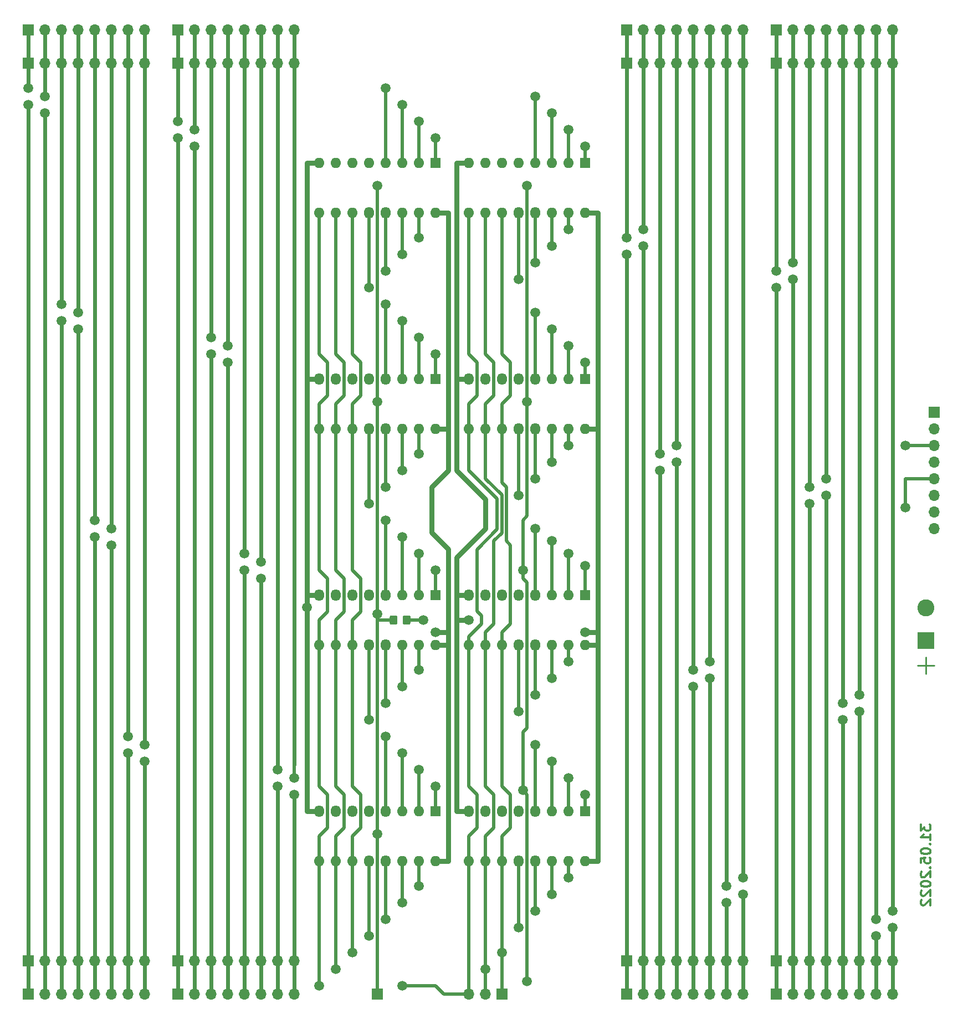
<source format=gbr>
%TF.GenerationSoftware,KiCad,Pcbnew,(5.1.8)-1*%
%TF.CreationDate,2022-05-31T01:24:27+03:00*%
%TF.ProjectId,MUX,4d55582e-6b69-4636-9164-5f7063625858,rev?*%
%TF.SameCoordinates,Original*%
%TF.FileFunction,Copper,L2,Bot*%
%TF.FilePolarity,Positive*%
%FSLAX46Y46*%
G04 Gerber Fmt 4.6, Leading zero omitted, Abs format (unit mm)*
G04 Created by KiCad (PCBNEW (5.1.8)-1) date 2022-05-31 01:24:27*
%MOMM*%
%LPD*%
G01*
G04 APERTURE LIST*
%TA.AperFunction,NonConductor*%
%ADD10C,0.300000*%
%TD*%
%TA.AperFunction,ComponentPad*%
%ADD11R,1.700000X1.700000*%
%TD*%
%TA.AperFunction,ComponentPad*%
%ADD12O,1.700000X1.700000*%
%TD*%
%TA.AperFunction,ComponentPad*%
%ADD13R,1.600000X1.600000*%
%TD*%
%TA.AperFunction,ComponentPad*%
%ADD14O,1.600000X1.600000*%
%TD*%
%TA.AperFunction,ComponentPad*%
%ADD15O,1.500000X1.800000*%
%TD*%
%TA.AperFunction,ComponentPad*%
%ADD16R,2.600000X2.600000*%
%TD*%
%TA.AperFunction,ComponentPad*%
%ADD17C,2.600000*%
%TD*%
%TA.AperFunction,ViaPad*%
%ADD18C,1.500000*%
%TD*%
%TA.AperFunction,Conductor*%
%ADD19C,0.250000*%
%TD*%
%TA.AperFunction,Conductor*%
%ADD20C,0.600000*%
%TD*%
%TA.AperFunction,Conductor*%
%ADD21C,0.500000*%
%TD*%
%TA.AperFunction,Conductor*%
%ADD22C,0.800000*%
%TD*%
G04 APERTURE END LIST*
D10*
X175708571Y-151900714D02*
X175708571Y-152829285D01*
X176280000Y-152329285D01*
X176280000Y-152543571D01*
X176351428Y-152686428D01*
X176422857Y-152757857D01*
X176565714Y-152829285D01*
X176922857Y-152829285D01*
X177065714Y-152757857D01*
X177137142Y-152686428D01*
X177208571Y-152543571D01*
X177208571Y-152115000D01*
X177137142Y-151972142D01*
X177065714Y-151900714D01*
X177208571Y-154257857D02*
X177208571Y-153400714D01*
X177208571Y-153829285D02*
X175708571Y-153829285D01*
X175922857Y-153686428D01*
X176065714Y-153543571D01*
X176137142Y-153400714D01*
X177065714Y-154900714D02*
X177137142Y-154972142D01*
X177208571Y-154900714D01*
X177137142Y-154829285D01*
X177065714Y-154900714D01*
X177208571Y-154900714D01*
X175708571Y-155900714D02*
X175708571Y-156043571D01*
X175780000Y-156186428D01*
X175851428Y-156257857D01*
X175994285Y-156329285D01*
X176280000Y-156400714D01*
X176637142Y-156400714D01*
X176922857Y-156329285D01*
X177065714Y-156257857D01*
X177137142Y-156186428D01*
X177208571Y-156043571D01*
X177208571Y-155900714D01*
X177137142Y-155757857D01*
X177065714Y-155686428D01*
X176922857Y-155615000D01*
X176637142Y-155543571D01*
X176280000Y-155543571D01*
X175994285Y-155615000D01*
X175851428Y-155686428D01*
X175780000Y-155757857D01*
X175708571Y-155900714D01*
X175708571Y-157757857D02*
X175708571Y-157043571D01*
X176422857Y-156972142D01*
X176351428Y-157043571D01*
X176280000Y-157186428D01*
X176280000Y-157543571D01*
X176351428Y-157686428D01*
X176422857Y-157757857D01*
X176565714Y-157829285D01*
X176922857Y-157829285D01*
X177065714Y-157757857D01*
X177137142Y-157686428D01*
X177208571Y-157543571D01*
X177208571Y-157186428D01*
X177137142Y-157043571D01*
X177065714Y-156972142D01*
X177065714Y-158472142D02*
X177137142Y-158543571D01*
X177208571Y-158472142D01*
X177137142Y-158400714D01*
X177065714Y-158472142D01*
X177208571Y-158472142D01*
X175851428Y-159115000D02*
X175780000Y-159186428D01*
X175708571Y-159329285D01*
X175708571Y-159686428D01*
X175780000Y-159829285D01*
X175851428Y-159900714D01*
X175994285Y-159972142D01*
X176137142Y-159972142D01*
X176351428Y-159900714D01*
X177208571Y-159043571D01*
X177208571Y-159972142D01*
X175708571Y-160900714D02*
X175708571Y-161043571D01*
X175780000Y-161186428D01*
X175851428Y-161257857D01*
X175994285Y-161329285D01*
X176280000Y-161400714D01*
X176637142Y-161400714D01*
X176922857Y-161329285D01*
X177065714Y-161257857D01*
X177137142Y-161186428D01*
X177208571Y-161043571D01*
X177208571Y-160900714D01*
X177137142Y-160757857D01*
X177065714Y-160686428D01*
X176922857Y-160615000D01*
X176637142Y-160543571D01*
X176280000Y-160543571D01*
X175994285Y-160615000D01*
X175851428Y-160686428D01*
X175780000Y-160757857D01*
X175708571Y-160900714D01*
X175851428Y-161972142D02*
X175780000Y-162043571D01*
X175708571Y-162186428D01*
X175708571Y-162543571D01*
X175780000Y-162686428D01*
X175851428Y-162757857D01*
X175994285Y-162829285D01*
X176137142Y-162829285D01*
X176351428Y-162757857D01*
X177208571Y-161900714D01*
X177208571Y-162829285D01*
X175851428Y-163400714D02*
X175780000Y-163472142D01*
X175708571Y-163615000D01*
X175708571Y-163972142D01*
X175780000Y-164115000D01*
X175851428Y-164186428D01*
X175994285Y-164257857D01*
X176137142Y-164257857D01*
X176351428Y-164186428D01*
X177208571Y-163329285D01*
X177208571Y-164257857D01*
D11*
%TO.P,J1,1*%
%TO.N,/A0*%
X39370000Y-35560000D03*
D12*
%TO.P,J1,2*%
%TO.N,/A1*%
X41910000Y-35560000D03*
%TO.P,J1,3*%
%TO.N,/A2*%
X44450000Y-35560000D03*
%TO.P,J1,4*%
%TO.N,/A3*%
X46990000Y-35560000D03*
%TO.P,J1,5*%
%TO.N,/A4*%
X49530000Y-35560000D03*
%TO.P,J1,6*%
%TO.N,/A5*%
X52070000Y-35560000D03*
%TO.P,J1,7*%
%TO.N,/A6*%
X54610000Y-35560000D03*
%TO.P,J1,8*%
%TO.N,/A7*%
X57150000Y-35560000D03*
%TD*%
D11*
%TO.P,J2,1*%
%TO.N,/E0*%
X130810000Y-35560000D03*
D12*
%TO.P,J2,2*%
%TO.N,/E1*%
X133350000Y-35560000D03*
%TO.P,J2,3*%
%TO.N,/E2*%
X135890000Y-35560000D03*
%TO.P,J2,4*%
%TO.N,/E3*%
X138430000Y-35560000D03*
%TO.P,J2,5*%
%TO.N,/E4*%
X140970000Y-35560000D03*
%TO.P,J2,6*%
%TO.N,/E5*%
X143510000Y-35560000D03*
%TO.P,J2,7*%
%TO.N,/E6*%
X146050000Y-35560000D03*
%TO.P,J2,8*%
%TO.N,/E7*%
X148590000Y-35560000D03*
%TD*%
%TO.P,J3,8*%
%TO.N,/B7*%
X57150000Y-177800000D03*
%TO.P,J3,7*%
%TO.N,/B6*%
X54610000Y-177800000D03*
%TO.P,J3,6*%
%TO.N,/B5*%
X52070000Y-177800000D03*
%TO.P,J3,5*%
%TO.N,/B4*%
X49530000Y-177800000D03*
%TO.P,J3,4*%
%TO.N,/B3*%
X46990000Y-177800000D03*
%TO.P,J3,3*%
%TO.N,/B2*%
X44450000Y-177800000D03*
%TO.P,J3,2*%
%TO.N,/B1*%
X41910000Y-177800000D03*
D11*
%TO.P,J3,1*%
%TO.N,/B0*%
X39370000Y-177800000D03*
%TD*%
D12*
%TO.P,J4,8*%
%TO.N,/F7*%
X148590000Y-177800000D03*
%TO.P,J4,7*%
%TO.N,/F6*%
X146050000Y-177800000D03*
%TO.P,J4,6*%
%TO.N,/F5*%
X143510000Y-177800000D03*
%TO.P,J4,5*%
%TO.N,/F4*%
X140970000Y-177800000D03*
%TO.P,J4,4*%
%TO.N,/F3*%
X138430000Y-177800000D03*
%TO.P,J4,3*%
%TO.N,/F2*%
X135890000Y-177800000D03*
%TO.P,J4,2*%
%TO.N,/F1*%
X133350000Y-177800000D03*
D11*
%TO.P,J4,1*%
%TO.N,/F0*%
X130810000Y-177800000D03*
%TD*%
%TO.P,J5,1*%
%TO.N,/C0*%
X62230000Y-30480000D03*
D12*
%TO.P,J5,2*%
%TO.N,/C1*%
X64770000Y-30480000D03*
%TO.P,J5,3*%
%TO.N,/C2*%
X67310000Y-30480000D03*
%TO.P,J5,4*%
%TO.N,/C3*%
X69850000Y-30480000D03*
%TO.P,J5,5*%
%TO.N,/C4*%
X72390000Y-30480000D03*
%TO.P,J5,6*%
%TO.N,/C5*%
X74930000Y-30480000D03*
%TO.P,J5,7*%
%TO.N,/C6*%
X77470000Y-30480000D03*
%TO.P,J5,8*%
%TO.N,/C7*%
X80010000Y-30480000D03*
%TD*%
D11*
%TO.P,J6,1*%
%TO.N,/G0*%
X153670000Y-30480000D03*
D12*
%TO.P,J6,2*%
%TO.N,/G1*%
X156210000Y-30480000D03*
%TO.P,J6,3*%
%TO.N,/G2*%
X158750000Y-30480000D03*
%TO.P,J6,4*%
%TO.N,/G3*%
X161290000Y-30480000D03*
%TO.P,J6,5*%
%TO.N,/G4*%
X163830000Y-30480000D03*
%TO.P,J6,6*%
%TO.N,/G5*%
X166370000Y-30480000D03*
%TO.P,J6,7*%
%TO.N,/G6*%
X168910000Y-30480000D03*
%TO.P,J6,8*%
%TO.N,/G7*%
X171450000Y-30480000D03*
%TD*%
%TO.P,J7,8*%
%TO.N,/D7*%
X80010000Y-177800000D03*
%TO.P,J7,7*%
%TO.N,/D6*%
X77470000Y-177800000D03*
%TO.P,J7,6*%
%TO.N,/D5*%
X74930000Y-177800000D03*
%TO.P,J7,5*%
%TO.N,/D4*%
X72390000Y-177800000D03*
%TO.P,J7,4*%
%TO.N,/D3*%
X69850000Y-177800000D03*
%TO.P,J7,3*%
%TO.N,/D2*%
X67310000Y-177800000D03*
%TO.P,J7,2*%
%TO.N,/D1*%
X64770000Y-177800000D03*
D11*
%TO.P,J7,1*%
%TO.N,/D0*%
X62230000Y-177800000D03*
%TD*%
D12*
%TO.P,J8,8*%
%TO.N,/H7*%
X171450000Y-172720000D03*
%TO.P,J8,7*%
%TO.N,/H6*%
X168910000Y-172720000D03*
%TO.P,J8,6*%
%TO.N,/H5*%
X166370000Y-172720000D03*
%TO.P,J8,5*%
%TO.N,/H4*%
X163830000Y-172720000D03*
%TO.P,J8,4*%
%TO.N,/H3*%
X161290000Y-172720000D03*
%TO.P,J8,3*%
%TO.N,/H2*%
X158750000Y-172720000D03*
%TO.P,J8,2*%
%TO.N,/H1*%
X156210000Y-172720000D03*
D11*
%TO.P,J8,1*%
%TO.N,/H0*%
X153670000Y-172720000D03*
%TD*%
D13*
%TO.P,U1,1*%
%TO.N,/D0*%
X101600000Y-50800000D03*
D14*
%TO.P,U1,9*%
%TO.N,/S2*%
X83820000Y-58420000D03*
%TO.P,U1,2*%
%TO.N,/C0*%
X99060000Y-50800000D03*
%TO.P,U1,10*%
%TO.N,/S1*%
X86360000Y-58420000D03*
%TO.P,U1,3*%
%TO.N,/B0*%
X96520000Y-50800000D03*
%TO.P,U1,11*%
%TO.N,/S0*%
X88900000Y-58420000D03*
%TO.P,U1,4*%
%TO.N,/A0*%
X93980000Y-50800000D03*
D15*
%TO.P,U1,12*%
%TO.N,/H0*%
X91440000Y-58420000D03*
D14*
%TO.P,U1,5*%
%TO.N,/O0*%
X91440000Y-50800000D03*
D15*
%TO.P,U1,13*%
%TO.N,/G0*%
X93980000Y-58420000D03*
D14*
%TO.P,U1,6*%
%TO.N,Net-(U1-Pad6)*%
X88900000Y-50800000D03*
%TO.P,U1,14*%
%TO.N,/F0*%
X96520000Y-58420000D03*
%TO.P,U1,7*%
%TO.N,/~E*%
X86360000Y-50800000D03*
%TO.P,U1,15*%
%TO.N,/E0*%
X99060000Y-58420000D03*
%TO.P,U1,8*%
%TO.N,GND*%
X83820000Y-50800000D03*
%TO.P,U1,16*%
%TO.N,VCC*%
X101600000Y-58420000D03*
%TD*%
%TO.P,U2,16*%
%TO.N,VCC*%
X124460000Y-58420000D03*
%TO.P,U2,8*%
%TO.N,GND*%
X106680000Y-50800000D03*
%TO.P,U2,15*%
%TO.N,/E1*%
X121920000Y-58420000D03*
%TO.P,U2,7*%
%TO.N,/~E*%
X109220000Y-50800000D03*
%TO.P,U2,14*%
%TO.N,/F1*%
X119380000Y-58420000D03*
%TO.P,U2,6*%
%TO.N,Net-(U2-Pad6)*%
X111760000Y-50800000D03*
D15*
%TO.P,U2,13*%
%TO.N,/G1*%
X116840000Y-58420000D03*
D14*
%TO.P,U2,5*%
%TO.N,/O1*%
X114300000Y-50800000D03*
D15*
%TO.P,U2,12*%
%TO.N,/H1*%
X114300000Y-58420000D03*
D14*
%TO.P,U2,4*%
%TO.N,/A1*%
X116840000Y-50800000D03*
%TO.P,U2,11*%
%TO.N,/S0*%
X111760000Y-58420000D03*
%TO.P,U2,3*%
%TO.N,/B1*%
X119380000Y-50800000D03*
%TO.P,U2,10*%
%TO.N,/S1*%
X109220000Y-58420000D03*
%TO.P,U2,2*%
%TO.N,/C1*%
X121920000Y-50800000D03*
%TO.P,U2,9*%
%TO.N,/S2*%
X106680000Y-58420000D03*
D13*
%TO.P,U2,1*%
%TO.N,/D1*%
X124460000Y-50800000D03*
%TD*%
%TO.P,U3,1*%
%TO.N,/D2*%
X101600000Y-83820000D03*
D14*
%TO.P,U3,9*%
%TO.N,/S2*%
X83820000Y-91440000D03*
%TO.P,U3,2*%
%TO.N,/C2*%
X99060000Y-83820000D03*
%TO.P,U3,10*%
%TO.N,/S1*%
X86360000Y-91440000D03*
%TO.P,U3,3*%
%TO.N,/B2*%
X96520000Y-83820000D03*
%TO.P,U3,11*%
%TO.N,/S0*%
X88900000Y-91440000D03*
D15*
%TO.P,U3,4*%
%TO.N,/A2*%
X93980000Y-83820000D03*
%TO.P,U3,12*%
%TO.N,/H2*%
X91440000Y-91440000D03*
%TO.P,U3,5*%
%TO.N,/O2*%
X91440000Y-83820000D03*
%TO.P,U3,13*%
%TO.N,/G2*%
X93980000Y-91440000D03*
%TO.P,U3,6*%
%TO.N,Net-(U3-Pad6)*%
X88900000Y-83820000D03*
D14*
%TO.P,U3,14*%
%TO.N,/F2*%
X96520000Y-91440000D03*
D15*
%TO.P,U3,7*%
%TO.N,/~E*%
X86360000Y-83820000D03*
D14*
%TO.P,U3,15*%
%TO.N,/E2*%
X99060000Y-91440000D03*
D15*
%TO.P,U3,8*%
%TO.N,GND*%
X83820000Y-83820000D03*
D14*
%TO.P,U3,16*%
%TO.N,VCC*%
X101600000Y-91440000D03*
%TD*%
%TO.P,U4,16*%
%TO.N,VCC*%
X124460000Y-91440000D03*
D15*
%TO.P,U4,8*%
%TO.N,GND*%
X106680000Y-83820000D03*
D14*
%TO.P,U4,15*%
%TO.N,/E3*%
X121920000Y-91440000D03*
D15*
%TO.P,U4,7*%
%TO.N,/~E*%
X109220000Y-83820000D03*
D14*
%TO.P,U4,14*%
%TO.N,/F3*%
X119380000Y-91440000D03*
D15*
%TO.P,U4,6*%
%TO.N,Net-(U4-Pad6)*%
X111760000Y-83820000D03*
%TO.P,U4,13*%
%TO.N,/G3*%
X116840000Y-91440000D03*
%TO.P,U4,5*%
%TO.N,/O3*%
X114300000Y-83820000D03*
%TO.P,U4,12*%
%TO.N,/H3*%
X114300000Y-91440000D03*
%TO.P,U4,4*%
%TO.N,/A3*%
X116840000Y-83820000D03*
D14*
%TO.P,U4,11*%
%TO.N,/S0*%
X111760000Y-91440000D03*
%TO.P,U4,3*%
%TO.N,/B3*%
X119380000Y-83820000D03*
%TO.P,U4,10*%
%TO.N,/S1*%
X109220000Y-91440000D03*
%TO.P,U4,2*%
%TO.N,/C3*%
X121920000Y-83820000D03*
%TO.P,U4,9*%
%TO.N,/S2*%
X106680000Y-91440000D03*
D13*
%TO.P,U4,1*%
%TO.N,/D3*%
X124460000Y-83820000D03*
%TD*%
%TO.P,U5,1*%
%TO.N,/D4*%
X101600000Y-116840000D03*
D14*
%TO.P,U5,9*%
%TO.N,/S2*%
X83820000Y-124460000D03*
%TO.P,U5,2*%
%TO.N,/C4*%
X99060000Y-116840000D03*
%TO.P,U5,10*%
%TO.N,/S1*%
X86360000Y-124460000D03*
%TO.P,U5,3*%
%TO.N,/B4*%
X96520000Y-116840000D03*
%TO.P,U5,11*%
%TO.N,/S0*%
X88900000Y-124460000D03*
D15*
%TO.P,U5,4*%
%TO.N,/A4*%
X93980000Y-116840000D03*
%TO.P,U5,12*%
%TO.N,/H4*%
X91440000Y-124460000D03*
%TO.P,U5,5*%
%TO.N,/O4*%
X91440000Y-116840000D03*
%TO.P,U5,13*%
%TO.N,/G4*%
X93980000Y-124460000D03*
%TO.P,U5,6*%
%TO.N,Net-(U5-Pad6)*%
X88900000Y-116840000D03*
D14*
%TO.P,U5,14*%
%TO.N,/F4*%
X96520000Y-124460000D03*
D15*
%TO.P,U5,7*%
%TO.N,/~E*%
X86360000Y-116840000D03*
D14*
%TO.P,U5,15*%
%TO.N,/E4*%
X99060000Y-124460000D03*
D15*
%TO.P,U5,8*%
%TO.N,GND*%
X83820000Y-116840000D03*
D14*
%TO.P,U5,16*%
%TO.N,VCC*%
X101600000Y-124460000D03*
%TD*%
%TO.P,U6,16*%
%TO.N,VCC*%
X124460000Y-124460000D03*
D15*
%TO.P,U6,8*%
%TO.N,GND*%
X106680000Y-116840000D03*
D14*
%TO.P,U6,15*%
%TO.N,/E5*%
X121920000Y-124460000D03*
D15*
%TO.P,U6,7*%
%TO.N,/~E*%
X109220000Y-116840000D03*
D14*
%TO.P,U6,14*%
%TO.N,/F5*%
X119380000Y-124460000D03*
D15*
%TO.P,U6,6*%
%TO.N,Net-(U6-Pad6)*%
X111760000Y-116840000D03*
%TO.P,U6,13*%
%TO.N,/G5*%
X116840000Y-124460000D03*
%TO.P,U6,5*%
%TO.N,/O5*%
X114300000Y-116840000D03*
%TO.P,U6,12*%
%TO.N,/H5*%
X114300000Y-124460000D03*
%TO.P,U6,4*%
%TO.N,/A5*%
X116840000Y-116840000D03*
D14*
%TO.P,U6,11*%
%TO.N,/S0*%
X111760000Y-124460000D03*
%TO.P,U6,3*%
%TO.N,/B5*%
X119380000Y-116840000D03*
%TO.P,U6,10*%
%TO.N,/S1*%
X109220000Y-124460000D03*
%TO.P,U6,2*%
%TO.N,/C5*%
X121920000Y-116840000D03*
%TO.P,U6,9*%
%TO.N,/S2*%
X106680000Y-124460000D03*
D13*
%TO.P,U6,1*%
%TO.N,/D5*%
X124460000Y-116840000D03*
%TD*%
%TO.P,U7,1*%
%TO.N,/D6*%
X101600000Y-149860000D03*
D14*
%TO.P,U7,9*%
%TO.N,/S2*%
X83820000Y-157480000D03*
%TO.P,U7,2*%
%TO.N,/C6*%
X99060000Y-149860000D03*
%TO.P,U7,10*%
%TO.N,/S1*%
X86360000Y-157480000D03*
%TO.P,U7,3*%
%TO.N,/B6*%
X96520000Y-149860000D03*
%TO.P,U7,11*%
%TO.N,/S0*%
X88900000Y-157480000D03*
D15*
%TO.P,U7,4*%
%TO.N,/A6*%
X93980000Y-149860000D03*
%TO.P,U7,12*%
%TO.N,/H6*%
X91440000Y-157480000D03*
%TO.P,U7,5*%
%TO.N,/O6*%
X91440000Y-149860000D03*
%TO.P,U7,13*%
%TO.N,/G6*%
X93980000Y-157480000D03*
%TO.P,U7,6*%
%TO.N,Net-(U7-Pad6)*%
X88900000Y-149860000D03*
D14*
%TO.P,U7,14*%
%TO.N,/F6*%
X96520000Y-157480000D03*
D15*
%TO.P,U7,7*%
%TO.N,/~E*%
X86360000Y-149860000D03*
D14*
%TO.P,U7,15*%
%TO.N,/E6*%
X99060000Y-157480000D03*
D15*
%TO.P,U7,8*%
%TO.N,GND*%
X83820000Y-149860000D03*
D14*
%TO.P,U7,16*%
%TO.N,VCC*%
X101600000Y-157480000D03*
%TD*%
%TO.P,U8,16*%
%TO.N,VCC*%
X124460000Y-157480000D03*
D15*
%TO.P,U8,8*%
%TO.N,GND*%
X106680000Y-149860000D03*
D14*
%TO.P,U8,15*%
%TO.N,/E7*%
X121920000Y-157480000D03*
D15*
%TO.P,U8,7*%
%TO.N,/~E*%
X109220000Y-149860000D03*
D14*
%TO.P,U8,14*%
%TO.N,/F7*%
X119380000Y-157480000D03*
D15*
%TO.P,U8,6*%
%TO.N,Net-(U8-Pad6)*%
X111760000Y-149860000D03*
%TO.P,U8,13*%
%TO.N,/G7*%
X116840000Y-157480000D03*
%TO.P,U8,5*%
%TO.N,/O7*%
X114300000Y-149860000D03*
%TO.P,U8,12*%
%TO.N,/H7*%
X114300000Y-157480000D03*
%TO.P,U8,4*%
%TO.N,/A7*%
X116840000Y-149860000D03*
D14*
%TO.P,U8,11*%
%TO.N,/S0*%
X111760000Y-157480000D03*
%TO.P,U8,3*%
%TO.N,/B7*%
X119380000Y-149860000D03*
%TO.P,U8,10*%
%TO.N,/S1*%
X109220000Y-157480000D03*
%TO.P,U8,2*%
%TO.N,/C7*%
X121920000Y-149860000D03*
%TO.P,U8,9*%
%TO.N,/S2*%
X106680000Y-157480000D03*
D13*
%TO.P,U8,1*%
%TO.N,/D7*%
X124460000Y-149860000D03*
%TD*%
D16*
%TO.P,J9,1*%
%TO.N,VCC*%
X176530000Y-123825000D03*
D17*
%TO.P,J9,2*%
%TO.N,GND*%
X176530000Y-118825000D03*
%TD*%
D11*
%TO.P,J10,1*%
%TO.N,/S0*%
X111760000Y-177800000D03*
D12*
%TO.P,J10,2*%
%TO.N,/S1*%
X109220000Y-177800000D03*
%TO.P,J10,3*%
%TO.N,/S2*%
X106680000Y-177800000D03*
%TD*%
D11*
%TO.P,J11,1*%
%TO.N,/O0*%
X177800000Y-88900000D03*
D12*
%TO.P,J11,2*%
%TO.N,/O1*%
X177800000Y-91440000D03*
%TO.P,J11,3*%
%TO.N,/O2*%
X177800000Y-93980000D03*
%TO.P,J11,4*%
%TO.N,/O3*%
X177800000Y-96520000D03*
%TO.P,J11,5*%
%TO.N,/O4*%
X177800000Y-99060000D03*
%TO.P,J11,6*%
%TO.N,/O5*%
X177800000Y-101600000D03*
%TO.P,J11,7*%
%TO.N,/O6*%
X177800000Y-104140000D03*
%TO.P,J11,8*%
%TO.N,/O7*%
X177800000Y-106680000D03*
%TD*%
D11*
%TO.P,J12,1*%
%TO.N,/A0*%
X39370000Y-30480000D03*
D12*
%TO.P,J12,2*%
%TO.N,/A1*%
X41910000Y-30480000D03*
%TO.P,J12,3*%
%TO.N,/A2*%
X44450000Y-30480000D03*
%TO.P,J12,4*%
%TO.N,/A3*%
X46990000Y-30480000D03*
%TO.P,J12,5*%
%TO.N,/A4*%
X49530000Y-30480000D03*
%TO.P,J12,6*%
%TO.N,/A5*%
X52070000Y-30480000D03*
%TO.P,J12,7*%
%TO.N,/A6*%
X54610000Y-30480000D03*
%TO.P,J12,8*%
%TO.N,/A7*%
X57150000Y-30480000D03*
%TD*%
D11*
%TO.P,J13,1*%
%TO.N,/E0*%
X130810000Y-30480000D03*
D12*
%TO.P,J13,2*%
%TO.N,/E1*%
X133350000Y-30480000D03*
%TO.P,J13,3*%
%TO.N,/E2*%
X135890000Y-30480000D03*
%TO.P,J13,4*%
%TO.N,/E3*%
X138430000Y-30480000D03*
%TO.P,J13,5*%
%TO.N,/E4*%
X140970000Y-30480000D03*
%TO.P,J13,6*%
%TO.N,/E5*%
X143510000Y-30480000D03*
%TO.P,J13,7*%
%TO.N,/E6*%
X146050000Y-30480000D03*
%TO.P,J13,8*%
%TO.N,/E7*%
X148590000Y-30480000D03*
%TD*%
%TO.P,J14,8*%
%TO.N,/B7*%
X57150000Y-172720000D03*
%TO.P,J14,7*%
%TO.N,/B6*%
X54610000Y-172720000D03*
%TO.P,J14,6*%
%TO.N,/B5*%
X52070000Y-172720000D03*
%TO.P,J14,5*%
%TO.N,/B4*%
X49530000Y-172720000D03*
%TO.P,J14,4*%
%TO.N,/B3*%
X46990000Y-172720000D03*
%TO.P,J14,3*%
%TO.N,/B2*%
X44450000Y-172720000D03*
%TO.P,J14,2*%
%TO.N,/B1*%
X41910000Y-172720000D03*
D11*
%TO.P,J14,1*%
%TO.N,/B0*%
X39370000Y-172720000D03*
%TD*%
D12*
%TO.P,J15,8*%
%TO.N,/F7*%
X148590000Y-172720000D03*
%TO.P,J15,7*%
%TO.N,/F6*%
X146050000Y-172720000D03*
%TO.P,J15,6*%
%TO.N,/F5*%
X143510000Y-172720000D03*
%TO.P,J15,5*%
%TO.N,/F4*%
X140970000Y-172720000D03*
%TO.P,J15,4*%
%TO.N,/F3*%
X138430000Y-172720000D03*
%TO.P,J15,3*%
%TO.N,/F2*%
X135890000Y-172720000D03*
%TO.P,J15,2*%
%TO.N,/F1*%
X133350000Y-172720000D03*
D11*
%TO.P,J15,1*%
%TO.N,/F0*%
X130810000Y-172720000D03*
%TD*%
%TO.P,J16,1*%
%TO.N,/C0*%
X62230000Y-35560000D03*
D12*
%TO.P,J16,2*%
%TO.N,/C1*%
X64770000Y-35560000D03*
%TO.P,J16,3*%
%TO.N,/C2*%
X67310000Y-35560000D03*
%TO.P,J16,4*%
%TO.N,/C3*%
X69850000Y-35560000D03*
%TO.P,J16,5*%
%TO.N,/C4*%
X72390000Y-35560000D03*
%TO.P,J16,6*%
%TO.N,/C5*%
X74930000Y-35560000D03*
%TO.P,J16,7*%
%TO.N,/C6*%
X77470000Y-35560000D03*
%TO.P,J16,8*%
%TO.N,/C7*%
X80010000Y-35560000D03*
%TD*%
D11*
%TO.P,J17,1*%
%TO.N,/G0*%
X153670000Y-35560000D03*
D12*
%TO.P,J17,2*%
%TO.N,/G1*%
X156210000Y-35560000D03*
%TO.P,J17,3*%
%TO.N,/G2*%
X158750000Y-35560000D03*
%TO.P,J17,4*%
%TO.N,/G3*%
X161290000Y-35560000D03*
%TO.P,J17,5*%
%TO.N,/G4*%
X163830000Y-35560000D03*
%TO.P,J17,6*%
%TO.N,/G5*%
X166370000Y-35560000D03*
%TO.P,J17,7*%
%TO.N,/G6*%
X168910000Y-35560000D03*
%TO.P,J17,8*%
%TO.N,/G7*%
X171450000Y-35560000D03*
%TD*%
%TO.P,J18,8*%
%TO.N,/D7*%
X80010000Y-172720000D03*
%TO.P,J18,7*%
%TO.N,/D6*%
X77470000Y-172720000D03*
%TO.P,J18,6*%
%TO.N,/D5*%
X74930000Y-172720000D03*
%TO.P,J18,5*%
%TO.N,/D4*%
X72390000Y-172720000D03*
%TO.P,J18,4*%
%TO.N,/D3*%
X69850000Y-172720000D03*
%TO.P,J18,3*%
%TO.N,/D2*%
X67310000Y-172720000D03*
%TO.P,J18,2*%
%TO.N,/D1*%
X64770000Y-172720000D03*
D11*
%TO.P,J18,1*%
%TO.N,/D0*%
X62230000Y-172720000D03*
%TD*%
D12*
%TO.P,J19,8*%
%TO.N,/H7*%
X171450000Y-177800000D03*
%TO.P,J19,7*%
%TO.N,/H6*%
X168910000Y-177800000D03*
%TO.P,J19,6*%
%TO.N,/H5*%
X166370000Y-177800000D03*
%TO.P,J19,5*%
%TO.N,/H4*%
X163830000Y-177800000D03*
%TO.P,J19,4*%
%TO.N,/H3*%
X161290000Y-177800000D03*
%TO.P,J19,3*%
%TO.N,/H2*%
X158750000Y-177800000D03*
%TO.P,J19,2*%
%TO.N,/H1*%
X156210000Y-177800000D03*
D11*
%TO.P,J19,1*%
%TO.N,/H0*%
X153670000Y-177800000D03*
%TD*%
%TO.P,J20,1*%
%TO.N,/~E*%
X92710000Y-177800000D03*
%TD*%
%TO.P,R1,1*%
%TO.N,/~E*%
%TA.AperFunction,SMDPad,CuDef*%
G36*
G01*
X94555000Y-121100001D02*
X94555000Y-120199999D01*
G75*
G02*
X94804999Y-119950000I249999J0D01*
G01*
X95505001Y-119950000D01*
G75*
G02*
X95755000Y-120199999I0J-249999D01*
G01*
X95755000Y-121100001D01*
G75*
G02*
X95505001Y-121350000I-249999J0D01*
G01*
X94804999Y-121350000D01*
G75*
G02*
X94555000Y-121100001I0J249999D01*
G01*
G37*
%TD.AperFunction*%
%TO.P,R1,2*%
%TO.N,GND*%
%TA.AperFunction,SMDPad,CuDef*%
G36*
G01*
X96555000Y-121100001D02*
X96555000Y-120199999D01*
G75*
G02*
X96804999Y-119950000I249999J0D01*
G01*
X97505001Y-119950000D01*
G75*
G02*
X97755000Y-120199999I0J-249999D01*
G01*
X97755000Y-121100001D01*
G75*
G02*
X97505001Y-121350000I-249999J0D01*
G01*
X96804999Y-121350000D01*
G75*
G02*
X96555000Y-121100001I0J249999D01*
G01*
G37*
%TD.AperFunction*%
%TD*%
D18*
%TO.N,/A0*%
X39370000Y-39370000D03*
X93980000Y-39370000D03*
%TO.N,/A1*%
X116840000Y-40640000D03*
X41910000Y-40640000D03*
%TO.N,/A2*%
X93980000Y-72390000D03*
X44450000Y-72390000D03*
%TO.N,/A3*%
X116840000Y-73660000D03*
X46990000Y-73660000D03*
%TO.N,/A4*%
X93980000Y-105410000D03*
X49530000Y-105410000D03*
%TO.N,/A5*%
X116840000Y-106680000D03*
X52070000Y-106680000D03*
%TO.N,/A6*%
X93980000Y-138430000D03*
X54610000Y-138430000D03*
%TO.N,/A7*%
X116840000Y-139700000D03*
X57150000Y-139700000D03*
%TO.N,/E0*%
X99060000Y-62230000D03*
X130810000Y-62230000D03*
%TO.N,/E1*%
X121920000Y-60960000D03*
X133350000Y-60960000D03*
%TO.N,/E2*%
X99060000Y-95250000D03*
X135890000Y-95250000D03*
%TO.N,/E3*%
X121920000Y-93980000D03*
X138430000Y-93980000D03*
%TO.N,/E4*%
X99060000Y-128270000D03*
X140970000Y-128270000D03*
%TO.N,/E5*%
X121920000Y-127000000D03*
X143510000Y-127000000D03*
%TO.N,/E6*%
X99060000Y-161290000D03*
X146050000Y-161290000D03*
%TO.N,/E7*%
X121920000Y-160020000D03*
X148590000Y-160020000D03*
%TO.N,/B7*%
X119380000Y-142240000D03*
X57150000Y-142240000D03*
%TO.N,/B6*%
X96520000Y-140970000D03*
X54610000Y-140970000D03*
%TO.N,/B5*%
X119380000Y-108585000D03*
X52070000Y-109220000D03*
%TO.N,/B4*%
X96520000Y-107950000D03*
X49530000Y-107950000D03*
%TO.N,/B3*%
X119380000Y-76200000D03*
X46990000Y-76200000D03*
%TO.N,/B2*%
X96520000Y-74930000D03*
X44450000Y-74930000D03*
%TO.N,/B1*%
X119380000Y-43180000D03*
X41910000Y-43180000D03*
%TO.N,/B0*%
X39370000Y-41910000D03*
X96520000Y-41910000D03*
%TO.N,/F7*%
X119380000Y-162560000D03*
X148590000Y-162560000D03*
%TO.N,/F6*%
X96520000Y-163830000D03*
X146050000Y-163830000D03*
%TO.N,/F5*%
X119380000Y-129540000D03*
X143510000Y-129540000D03*
%TO.N,/F4*%
X96520000Y-130810000D03*
X140970000Y-130810000D03*
%TO.N,/F3*%
X119380000Y-96520000D03*
X138430000Y-96520000D03*
%TO.N,/F2*%
X96520000Y-97790000D03*
X135890000Y-97790000D03*
%TO.N,/F1*%
X119380000Y-63500000D03*
X133350000Y-63500000D03*
%TO.N,/F0*%
X96520000Y-64770000D03*
X130810000Y-64770000D03*
%TO.N,/C0*%
X62230000Y-44450000D03*
X99060000Y-44450000D03*
%TO.N,/C1*%
X121920000Y-45720000D03*
X64770000Y-45720000D03*
%TO.N,/C2*%
X99060000Y-77470000D03*
X67310000Y-77470000D03*
%TO.N,/C3*%
X121920000Y-78740000D03*
X69850000Y-78740000D03*
%TO.N,/C4*%
X99060000Y-110490000D03*
X72390000Y-110490000D03*
%TO.N,/C5*%
X121920000Y-110490000D03*
X74930000Y-111760000D03*
%TO.N,/C6*%
X99060000Y-143510000D03*
X77470000Y-143510000D03*
%TO.N,/C7*%
X121920000Y-144780000D03*
X80010000Y-144780000D03*
%TO.N,/G0*%
X93980000Y-67310000D03*
X153670000Y-67310000D03*
%TO.N,/G1*%
X116840000Y-66040000D03*
X156210000Y-66040000D03*
%TO.N,/G2*%
X93980000Y-100330000D03*
X158750000Y-100330000D03*
%TO.N,/G3*%
X116840000Y-99060000D03*
X161290000Y-99060000D03*
%TO.N,/G4*%
X93980000Y-133350000D03*
X163830000Y-133350000D03*
%TO.N,/G5*%
X116840000Y-132080000D03*
X166370000Y-132080000D03*
%TO.N,/G6*%
X93980000Y-166370000D03*
X168910000Y-166370000D03*
%TO.N,/G7*%
X116840000Y-165100000D03*
X171450000Y-165100000D03*
%TO.N,/D7*%
X124460000Y-147320000D03*
X80010000Y-147320000D03*
%TO.N,/D6*%
X101600000Y-146050000D03*
X77470000Y-146050000D03*
%TO.N,/D5*%
X124460000Y-112395000D03*
X74930000Y-114300000D03*
%TO.N,/D4*%
X101600000Y-113030000D03*
X72390000Y-113030000D03*
%TO.N,/D3*%
X124460000Y-81280000D03*
X69850000Y-81280000D03*
%TO.N,/D2*%
X101600000Y-80010000D03*
X67310000Y-80010000D03*
%TO.N,/D1*%
X124460000Y-48260000D03*
X64770000Y-48260000D03*
%TO.N,/D0*%
X101600000Y-46990000D03*
X62230000Y-46990000D03*
%TO.N,/H7*%
X114300000Y-167640000D03*
X171450000Y-167640000D03*
%TO.N,/H6*%
X91440000Y-168910000D03*
X168910000Y-168910000D03*
%TO.N,/H5*%
X114300000Y-134620000D03*
X166370000Y-134620000D03*
%TO.N,/H4*%
X91440000Y-135890000D03*
X163830000Y-135890000D03*
%TO.N,/H3*%
X114300000Y-101600000D03*
X161290000Y-101600000D03*
%TO.N,/H2*%
X91440000Y-102870000D03*
X158750000Y-102870000D03*
%TO.N,/H1*%
X114300000Y-68580000D03*
X156210000Y-68580000D03*
%TO.N,/H0*%
X91440000Y-69850000D03*
X153670000Y-69850000D03*
%TO.N,VCC*%
X101600000Y-122555000D03*
X124460000Y-122555000D03*
%TO.N,GND*%
X106680000Y-120650000D03*
X81915000Y-118745000D03*
X99695000Y-120650000D03*
%TO.N,/S0*%
X88900000Y-171450000D03*
X111760000Y-171450000D03*
%TO.N,/S1*%
X86360000Y-173990000D03*
X109220000Y-173990000D03*
%TO.N,/S2*%
X83820000Y-176530000D03*
X96520000Y-176530000D03*
%TO.N,/O2*%
X173355000Y-93980000D03*
%TO.N,/O4*%
X173355000Y-103505000D03*
%TO.N,/~E*%
X92710000Y-153352500D03*
X92710000Y-119697500D03*
X92710000Y-87312500D03*
X92710000Y-54292500D03*
X115570000Y-54292500D03*
X115570000Y-87312500D03*
X114935000Y-146685000D03*
X114935000Y-113030000D03*
X115570000Y-175895000D03*
%TD*%
D19*
%TO.N,*%
X176530000Y-126365000D02*
X176530000Y-128905000D01*
X175260000Y-127635000D02*
X177800000Y-127635000D01*
D20*
%TO.N,/A0*%
X39370000Y-30480000D02*
X39370000Y-39370000D01*
D21*
X39370000Y-39370000D02*
X39370000Y-39370000D01*
X93980000Y-39370000D02*
X93980000Y-50800000D01*
%TO.N,/A1*%
X116840000Y-50800000D02*
X116840000Y-40640000D01*
X116840000Y-40640000D02*
X116840000Y-40640000D01*
D20*
X41910000Y-30480000D02*
X41910000Y-40640000D01*
D21*
%TO.N,/A2*%
X93980000Y-83820000D02*
X93980000Y-72390000D01*
X93980000Y-72390000D02*
X93980000Y-72390000D01*
D20*
X44450000Y-30480000D02*
X44450000Y-72390000D01*
D21*
%TO.N,/A3*%
X116840000Y-83820000D02*
X116840000Y-73660000D01*
X116840000Y-73660000D02*
X116840000Y-73660000D01*
D20*
X46990000Y-73660000D02*
X46990000Y-30480000D01*
D21*
%TO.N,/A4*%
X93980000Y-116840000D02*
X93980000Y-105410000D01*
X93980000Y-105410000D02*
X93980000Y-105410000D01*
D20*
X49530000Y-105410000D02*
X49530000Y-30480000D01*
D21*
%TO.N,/A5*%
X116840000Y-116840000D02*
X116840000Y-106680000D01*
X116840000Y-106680000D02*
X116840000Y-106680000D01*
D20*
X52070000Y-106680000D02*
X52070000Y-30480000D01*
D21*
%TO.N,/A6*%
X93980000Y-149860000D02*
X93980000Y-140970000D01*
X93980000Y-140970000D02*
X93980000Y-138430000D01*
X93980000Y-138430000D02*
X93980000Y-138430000D01*
D20*
X54610000Y-138430000D02*
X54610000Y-30480000D01*
D21*
%TO.N,/A7*%
X116840000Y-149860000D02*
X116840000Y-139700000D01*
X116840000Y-139700000D02*
X116840000Y-139700000D01*
D20*
X57150000Y-30480000D02*
X57150000Y-139700000D01*
D21*
%TO.N,/E0*%
X99060000Y-58420000D02*
X99060000Y-62230000D01*
X99060000Y-62230000D02*
X99060000Y-62230000D01*
D20*
X130810000Y-30480000D02*
X130810000Y-62230000D01*
D21*
%TO.N,/E1*%
X121920000Y-58420000D02*
X121920000Y-60960000D01*
X121920000Y-60960000D02*
X121920000Y-60960000D01*
D20*
X133350000Y-30480000D02*
X133350000Y-60960000D01*
D21*
%TO.N,/E2*%
X99060000Y-91440000D02*
X99060000Y-95250000D01*
X99060000Y-95250000D02*
X99060000Y-95250000D01*
D20*
X135890000Y-95250000D02*
X135890000Y-30480000D01*
D21*
%TO.N,/E3*%
X121920000Y-91440000D02*
X121920000Y-93980000D01*
X121920000Y-93980000D02*
X121920000Y-93980000D01*
D20*
X138430000Y-93980000D02*
X138430000Y-30480000D01*
D21*
%TO.N,/E4*%
X99060000Y-124460000D02*
X99060000Y-128270000D01*
X99060000Y-128270000D02*
X99060000Y-128270000D01*
D20*
X140970000Y-128270000D02*
X140970000Y-30480000D01*
D21*
%TO.N,/E5*%
X121920000Y-124460000D02*
X121920000Y-127000000D01*
X121920000Y-127000000D02*
X121920000Y-127000000D01*
D20*
X143510000Y-30480000D02*
X143510000Y-127000000D01*
D21*
%TO.N,/E6*%
X99060000Y-157480000D02*
X99060000Y-161290000D01*
X99060000Y-161290000D02*
X99060000Y-161290000D01*
D20*
X146050000Y-161290000D02*
X146050000Y-30480000D01*
D21*
%TO.N,/E7*%
X121920000Y-157480000D02*
X121920000Y-160020000D01*
X121920000Y-160020000D02*
X121920000Y-160020000D01*
D20*
X148590000Y-30480000D02*
X148590000Y-160020000D01*
D21*
%TO.N,/B7*%
X119380000Y-149860000D02*
X119380000Y-142240000D01*
X119380000Y-142240000D02*
X119380000Y-142240000D01*
D20*
X57150000Y-142240000D02*
X57150000Y-177800000D01*
D21*
%TO.N,/B6*%
X96520000Y-149860000D02*
X96520000Y-140970000D01*
X96520000Y-140970000D02*
X96520000Y-140970000D01*
D20*
X54610000Y-140970000D02*
X54610000Y-177800000D01*
D21*
%TO.N,/B5*%
X119380000Y-116840000D02*
X119380000Y-108585000D01*
X119380000Y-109220000D02*
X119380000Y-109220000D01*
D20*
X52070000Y-109220000D02*
X52070000Y-177800000D01*
D21*
%TO.N,/B4*%
X96520000Y-116840000D02*
X96520000Y-107950000D01*
X96520000Y-107950000D02*
X96520000Y-107950000D01*
D20*
X49530000Y-107950000D02*
X49530000Y-177800000D01*
D21*
%TO.N,/B3*%
X119380000Y-83820000D02*
X119380000Y-76200000D01*
X119380000Y-76200000D02*
X119380000Y-76200000D01*
D20*
X46990000Y-177800000D02*
X46990000Y-76200000D01*
D21*
%TO.N,/B2*%
X96520000Y-83820000D02*
X96520000Y-74930000D01*
X96520000Y-74930000D02*
X96520000Y-74930000D01*
D20*
X44450000Y-74930000D02*
X44450000Y-177800000D01*
D21*
%TO.N,/B1*%
X119380000Y-50800000D02*
X119380000Y-43180000D01*
X119380000Y-43180000D02*
X119380000Y-43180000D01*
D20*
X41910000Y-43180000D02*
X41910000Y-177800000D01*
%TO.N,/B0*%
X39370000Y-177800000D02*
X39370000Y-41910000D01*
D21*
X39370000Y-41910000D02*
X39370000Y-41910000D01*
X96520000Y-41910000D02*
X96520000Y-50800000D01*
%TO.N,/F7*%
X119380000Y-157480000D02*
X119380000Y-162560000D01*
X119380000Y-162560000D02*
X119380000Y-162560000D01*
D20*
X148590000Y-162560000D02*
X148590000Y-177800000D01*
D21*
%TO.N,/F6*%
X96520000Y-157480000D02*
X96520000Y-163830000D01*
X96520000Y-163830000D02*
X96520000Y-163830000D01*
D20*
X146050000Y-163830000D02*
X146050000Y-177800000D01*
D21*
%TO.N,/F5*%
X119380000Y-124460000D02*
X119380000Y-129540000D01*
X119380000Y-129540000D02*
X119380000Y-129540000D01*
D20*
X143510000Y-129540000D02*
X143510000Y-177800000D01*
D21*
%TO.N,/F4*%
X96520000Y-124460000D02*
X96520000Y-130810000D01*
X96520000Y-130810000D02*
X96520000Y-130810000D01*
D20*
X140970000Y-130810000D02*
X140970000Y-177800000D01*
D21*
%TO.N,/F3*%
X119380000Y-91440000D02*
X119380000Y-96520000D01*
X119380000Y-96520000D02*
X119380000Y-96520000D01*
D20*
X138430000Y-96520000D02*
X138430000Y-177800000D01*
D21*
%TO.N,/F2*%
X96520000Y-91440000D02*
X96520000Y-97790000D01*
X96520000Y-97790000D02*
X96520000Y-97790000D01*
D20*
X135890000Y-97790000D02*
X135890000Y-177800000D01*
D21*
%TO.N,/F1*%
X119380000Y-58420000D02*
X119380000Y-63500000D01*
X119380000Y-63500000D02*
X119380000Y-63500000D01*
D20*
X133350000Y-63500000D02*
X133350000Y-177800000D01*
D21*
%TO.N,/F0*%
X96520000Y-58420000D02*
X96520000Y-64770000D01*
X96520000Y-64770000D02*
X96520000Y-64770000D01*
D20*
X130810000Y-64770000D02*
X130810000Y-177800000D01*
%TO.N,/C0*%
X62230000Y-30480000D02*
X62230000Y-44450000D01*
D21*
X62230000Y-44450000D02*
X62230000Y-44450000D01*
X99060000Y-44450000D02*
X99060000Y-50800000D01*
%TO.N,/C1*%
X121920000Y-50800000D02*
X121920000Y-45720000D01*
X121920000Y-45720000D02*
X121920000Y-45720000D01*
D20*
X64770000Y-30480000D02*
X64770000Y-45720000D01*
D21*
%TO.N,/C2*%
X99060000Y-83820000D02*
X99060000Y-77470000D01*
X99060000Y-77470000D02*
X99060000Y-77470000D01*
D20*
X67310000Y-30480000D02*
X67310000Y-77470000D01*
D21*
%TO.N,/C3*%
X121920000Y-83820000D02*
X121920000Y-78740000D01*
X121920000Y-78740000D02*
X121920000Y-78740000D01*
D20*
X69850000Y-78740000D02*
X69850000Y-30480000D01*
D21*
%TO.N,/C4*%
X99060000Y-116840000D02*
X99060000Y-110490000D01*
X99060000Y-110490000D02*
X99060000Y-110490000D01*
D20*
X72390000Y-110490000D02*
X72390000Y-30480000D01*
D21*
%TO.N,/C5*%
X121920000Y-116840000D02*
X121920000Y-110490000D01*
X121920000Y-111760000D02*
X121920000Y-111760000D01*
D20*
X74930000Y-111760000D02*
X74930000Y-30480000D01*
D21*
%TO.N,/C6*%
X99060000Y-149860000D02*
X99060000Y-143510000D01*
X99060000Y-143510000D02*
X99060000Y-143510000D01*
D20*
X77470000Y-30480000D02*
X77470000Y-143510000D01*
D21*
%TO.N,/C7*%
X121920000Y-149860000D02*
X121920000Y-144780000D01*
X121920000Y-144780000D02*
X121920000Y-144780000D01*
D20*
X80010000Y-142746002D02*
X80010000Y-30480000D01*
D21*
X80010000Y-142746002D02*
X80010000Y-144780000D01*
%TO.N,/G0*%
X93980000Y-58420000D02*
X93980000Y-66040000D01*
X93980000Y-66040000D02*
X93980000Y-67310000D01*
X93980000Y-67310000D02*
X93980000Y-67310000D01*
D20*
X153670000Y-30480000D02*
X153670000Y-67310000D01*
D21*
%TO.N,/G1*%
X116840000Y-58420000D02*
X116840000Y-66040000D01*
X116840000Y-66040000D02*
X116840000Y-66040000D01*
D20*
X156210000Y-30480000D02*
X156210000Y-66040000D01*
D21*
%TO.N,/G2*%
X93980000Y-91440000D02*
X93980000Y-100330000D01*
X93980000Y-100330000D02*
X93980000Y-100330000D01*
D20*
X158750000Y-100330000D02*
X158750000Y-30480000D01*
D21*
%TO.N,/G3*%
X116840000Y-91440000D02*
X116840000Y-99060000D01*
X116840000Y-99060000D02*
X116840000Y-99060000D01*
D20*
X161290000Y-99060000D02*
X161290000Y-30480000D01*
D21*
%TO.N,/G4*%
X93980000Y-124460000D02*
X93980000Y-133350000D01*
X93980000Y-133350000D02*
X93980000Y-133350000D01*
D20*
X163830000Y-30480000D02*
X163830000Y-133350000D01*
D21*
%TO.N,/G5*%
X116840000Y-124460000D02*
X116840000Y-132080000D01*
X116840000Y-132080000D02*
X116840000Y-132080000D01*
D20*
X166370000Y-132080000D02*
X166370000Y-30480000D01*
D21*
%TO.N,/G6*%
X93980000Y-157480000D02*
X93980000Y-166370000D01*
X93980000Y-166370000D02*
X93980000Y-166370000D01*
D20*
X168910000Y-166370000D02*
X168910000Y-30480000D01*
D21*
%TO.N,/G7*%
X116840000Y-157480000D02*
X116840000Y-165100000D01*
X116840000Y-165100000D02*
X116840000Y-165100000D01*
D20*
X171450000Y-165100000D02*
X171450000Y-30480000D01*
D21*
%TO.N,/D7*%
X124460000Y-149860000D02*
X124460000Y-147320000D01*
X124460000Y-147320000D02*
X124460000Y-147320000D01*
D20*
X80010000Y-147320000D02*
X80010000Y-177800000D01*
D21*
%TO.N,/D6*%
X101600000Y-149860000D02*
X101600000Y-146050000D01*
X101600000Y-146050000D02*
X101600000Y-146050000D01*
D20*
X77470000Y-146050000D02*
X77470000Y-177800000D01*
%TO.N,/D5*%
X74930000Y-114300000D02*
X74930000Y-177800000D01*
D21*
X124460000Y-112395000D02*
X124460000Y-116840000D01*
%TO.N,/D4*%
X101600000Y-116840000D02*
X101600000Y-113665000D01*
X101600000Y-113665000D02*
X101600000Y-113030000D01*
X101600000Y-113030000D02*
X101600000Y-113030000D01*
D20*
X72390000Y-113030000D02*
X72390000Y-177800000D01*
D21*
%TO.N,/D3*%
X124460000Y-83820000D02*
X124460000Y-81280000D01*
X124460000Y-81280000D02*
X124460000Y-81280000D01*
D20*
X69850000Y-81280000D02*
X69850000Y-177800000D01*
D21*
%TO.N,/D2*%
X101600000Y-83820000D02*
X101600000Y-80010000D01*
X101600000Y-80010000D02*
X101600000Y-80010000D01*
D20*
X67310000Y-80010000D02*
X67310000Y-177800000D01*
D21*
%TO.N,/D1*%
X124460000Y-50800000D02*
X124460000Y-48260000D01*
X124460000Y-48260000D02*
X124460000Y-48260000D01*
D20*
X64770000Y-48260000D02*
X64770000Y-177800000D01*
D21*
%TO.N,/D0*%
X101600000Y-50800000D02*
X101600000Y-46990000D01*
X101600000Y-46990000D02*
X101600000Y-46990000D01*
D20*
X62230000Y-46990000D02*
X62230000Y-177800000D01*
D21*
%TO.N,/H7*%
X114300000Y-157480000D02*
X114300000Y-167640000D01*
X114300000Y-167640000D02*
X114300000Y-167640000D01*
D20*
X171450000Y-167640000D02*
X171450000Y-177800000D01*
D21*
%TO.N,/H6*%
X91440000Y-157480000D02*
X91440000Y-168910000D01*
X91440000Y-168910000D02*
X91440000Y-168910000D01*
D20*
X168910000Y-168910000D02*
X168910000Y-177800000D01*
D21*
%TO.N,/H5*%
X114300000Y-124460000D02*
X114300000Y-134620000D01*
X114300000Y-134620000D02*
X114300000Y-134620000D01*
D20*
X166370000Y-134620000D02*
X166370000Y-177800000D01*
D21*
%TO.N,/H4*%
X91440000Y-124460000D02*
X91440000Y-135890000D01*
X91440000Y-135890000D02*
X91440000Y-135890000D01*
D20*
X163830000Y-135890000D02*
X163830000Y-177800000D01*
D21*
%TO.N,/H3*%
X114300000Y-91440000D02*
X114300000Y-101600000D01*
X114300000Y-101600000D02*
X114300000Y-101600000D01*
D20*
X161290000Y-101600000D02*
X161290000Y-177800000D01*
D21*
%TO.N,/H2*%
X91440000Y-91440000D02*
X91440000Y-102870000D01*
X91440000Y-102870000D02*
X91440000Y-102870000D01*
D20*
X158750000Y-102870000D02*
X158750000Y-177800000D01*
D21*
%TO.N,/H1*%
X114300000Y-58420000D02*
X114300000Y-68580000D01*
X114300000Y-68580000D02*
X114300000Y-68580000D01*
D20*
X156210000Y-68580000D02*
X156210000Y-177800000D01*
D21*
%TO.N,/H0*%
X91440000Y-58420000D02*
X91440000Y-69850000D01*
X91440000Y-69850000D02*
X91440000Y-69850000D01*
D20*
X153670000Y-69850000D02*
X153670000Y-177800000D01*
D22*
%TO.N,VCC*%
X124460000Y-58420000D02*
X126365000Y-58420000D01*
X126365000Y-58420000D02*
X126365000Y-91440000D01*
X126365000Y-91440000D02*
X124460000Y-91440000D01*
X126365000Y-124460000D02*
X124460000Y-124460000D01*
X126365000Y-124460000D02*
X126365000Y-157480000D01*
X126365000Y-157480000D02*
X124460000Y-157480000D01*
X103505000Y-91440000D02*
X101600000Y-91440000D01*
X103505000Y-58420000D02*
X103505000Y-91440000D01*
X101600000Y-58420000D02*
X103505000Y-58420000D01*
X103505000Y-91440000D02*
X103505000Y-97790000D01*
X103505000Y-97790000D02*
X100965000Y-100330000D01*
X100965000Y-100330000D02*
X100965000Y-107315000D01*
X100965000Y-107315000D02*
X103505000Y-109855000D01*
X103505000Y-124460000D02*
X101600000Y-124460000D01*
X103505000Y-124460000D02*
X103505000Y-157480000D01*
X103505000Y-157480000D02*
X101600000Y-157480000D01*
X103505000Y-122555000D02*
X101600000Y-122555000D01*
X103505000Y-109855000D02*
X103505000Y-121920000D01*
X103505000Y-121920000D02*
X103505000Y-124460000D01*
X126365000Y-122555000D02*
X124460000Y-122555000D01*
X126365000Y-91440000D02*
X126365000Y-121920000D01*
X126365000Y-121920000D02*
X126365000Y-124460000D01*
%TO.N,GND*%
X83820000Y-50800000D02*
X81915000Y-50800000D01*
X81915000Y-50800000D02*
X81915000Y-83820000D01*
X81915000Y-83820000D02*
X83820000Y-83820000D01*
X81915000Y-116840000D02*
X83820000Y-116840000D01*
X81915000Y-83820000D02*
X81915000Y-116840000D01*
X81915000Y-149860000D02*
X83820000Y-149860000D01*
X104775000Y-83820000D02*
X106680000Y-83820000D01*
X104775000Y-50800000D02*
X104775000Y-83820000D01*
X106680000Y-50800000D02*
X104775000Y-50800000D01*
X104775000Y-116840000D02*
X106680000Y-116840000D01*
X104775000Y-111125000D02*
X104775000Y-116840000D01*
X109220000Y-106680000D02*
X104775000Y-111125000D01*
X109220000Y-102235000D02*
X109220000Y-106680000D01*
X104775000Y-97790000D02*
X109220000Y-102235000D01*
X104775000Y-83820000D02*
X104775000Y-97790000D01*
X104775000Y-149860000D02*
X106680000Y-149860000D01*
X104775000Y-120650000D02*
X106680000Y-120650000D01*
X104775000Y-116840000D02*
X104775000Y-119380000D01*
X104775000Y-119380000D02*
X104775000Y-149860000D01*
X81915000Y-116840000D02*
X81915000Y-119380000D01*
X81915000Y-119380000D02*
X81915000Y-149860000D01*
D21*
X97155000Y-120650000D02*
X99695000Y-120650000D01*
%TO.N,/S0*%
X111760000Y-157480000D02*
X111760000Y-177800000D01*
X111760000Y-153670000D02*
X111760000Y-157480000D01*
X113030000Y-152400000D02*
X111760000Y-153670000D01*
X113030000Y-147320000D02*
X113030000Y-152400000D01*
X111760000Y-146050000D02*
X113030000Y-147320000D01*
X111760000Y-124460000D02*
X111760000Y-146050000D01*
X111760000Y-87630000D02*
X111760000Y-91440000D01*
X113030000Y-86360000D02*
X111760000Y-87630000D01*
X113030000Y-81280000D02*
X113030000Y-86360000D01*
X111760000Y-80010000D02*
X113030000Y-81280000D01*
X111760000Y-58420000D02*
X111760000Y-80010000D01*
X111760000Y-99695000D02*
X111760000Y-91440000D01*
X112395000Y-100330000D02*
X111760000Y-99695000D01*
X113030000Y-109220000D02*
X112395000Y-108585000D01*
X112395000Y-108585000D02*
X112395000Y-100330000D01*
X113030000Y-121285000D02*
X113030000Y-109220000D01*
X111760000Y-122555000D02*
X113030000Y-121285000D01*
X111760000Y-124460000D02*
X111760000Y-122555000D01*
X88900000Y-58420000D02*
X88900000Y-80010000D01*
X88900000Y-80010000D02*
X90170000Y-81280000D01*
X90170000Y-81280000D02*
X90170000Y-86360000D01*
X90170000Y-86360000D02*
X88900000Y-87630000D01*
X88900000Y-87630000D02*
X88900000Y-91440000D01*
X88900000Y-91440000D02*
X88900000Y-113030000D01*
X88900000Y-113030000D02*
X90170000Y-114300000D01*
X90170000Y-114300000D02*
X90170000Y-119380000D01*
X90170000Y-119380000D02*
X88900000Y-120650000D01*
X88900000Y-120650000D02*
X88900000Y-124460000D01*
X90170000Y-147320000D02*
X90170000Y-152400000D01*
X88900000Y-153670000D02*
X88900000Y-157480000D01*
X90170000Y-152400000D02*
X88900000Y-153670000D01*
X88900000Y-146050000D02*
X90170000Y-147320000D01*
X88900000Y-124460000D02*
X88900000Y-146050000D01*
X88900000Y-157480000D02*
X88900000Y-171450000D01*
X88900000Y-171450000D02*
X88900000Y-171450000D01*
%TO.N,/S1*%
X109220000Y-157480000D02*
X109220000Y-177800000D01*
X109220000Y-124460000D02*
X109220000Y-146050000D01*
X109220000Y-146050000D02*
X110490000Y-147320000D01*
X110490000Y-147320000D02*
X110490000Y-152400000D01*
X110490000Y-152400000D02*
X109220000Y-153670000D01*
X109220000Y-153670000D02*
X109220000Y-157480000D01*
X109220000Y-91440000D02*
X109220000Y-87630000D01*
X109220000Y-87630000D02*
X110490000Y-86360000D01*
X110490000Y-86360000D02*
X110490000Y-81280000D01*
X110490000Y-81280000D02*
X109220000Y-80010000D01*
X109220000Y-80010000D02*
X109220000Y-58420000D01*
X111694990Y-101534990D02*
X109220000Y-99060000D01*
X111694990Y-107380010D02*
X111694990Y-101534990D01*
X110490000Y-108585000D02*
X111694990Y-107380010D01*
X110490000Y-121285000D02*
X110490000Y-108585000D01*
X109220000Y-99060000D02*
X109220000Y-91440000D01*
X109220000Y-122555000D02*
X110490000Y-121285000D01*
X109220000Y-124460000D02*
X109220000Y-122555000D01*
X86360000Y-58420000D02*
X86360000Y-80010000D01*
X86360000Y-80010000D02*
X87630000Y-81280000D01*
X87630000Y-81280000D02*
X87630000Y-86360000D01*
X87630000Y-86360000D02*
X86360000Y-87630000D01*
X86360000Y-87630000D02*
X86360000Y-91440000D01*
X87630000Y-114300000D02*
X86360000Y-113030000D01*
X87630000Y-119380000D02*
X87630000Y-114300000D01*
X86360000Y-120650000D02*
X87630000Y-119380000D01*
X86360000Y-113030000D02*
X86360000Y-91440000D01*
X86360000Y-124460000D02*
X86360000Y-120650000D01*
X86360000Y-124460000D02*
X86360000Y-146050000D01*
X86360000Y-146050000D02*
X87630000Y-147320000D01*
X87630000Y-147320000D02*
X87630000Y-152400000D01*
X87630000Y-152400000D02*
X86360000Y-153670000D01*
X86360000Y-153670000D02*
X86360000Y-157480000D01*
X86360000Y-157480000D02*
X86360000Y-173990000D01*
X86360000Y-173990000D02*
X86360000Y-173990000D01*
%TO.N,/S2*%
X106680000Y-157480000D02*
X106680000Y-177800000D01*
X106680000Y-153670000D02*
X106680000Y-157480000D01*
X107950000Y-152400000D02*
X106680000Y-153670000D01*
X107950000Y-147320000D02*
X107950000Y-152400000D01*
X106680000Y-146050000D02*
X107950000Y-147320000D01*
X106680000Y-124460000D02*
X106680000Y-146050000D01*
X106680000Y-58420000D02*
X106680000Y-80010000D01*
X106680000Y-80010000D02*
X107950000Y-81280000D01*
X107950000Y-81280000D02*
X107950000Y-86360000D01*
X107950000Y-86360000D02*
X106680000Y-87630000D01*
X106680000Y-87630000D02*
X106680000Y-91440000D01*
X106680000Y-97790000D02*
X106680000Y-91440000D01*
X110994980Y-106810020D02*
X110994980Y-102104980D01*
X107880010Y-109924990D02*
X110994980Y-106810020D01*
X107880010Y-119310010D02*
X107880010Y-109924990D01*
X108585000Y-120015000D02*
X107880010Y-119310010D01*
X108585000Y-121285000D02*
X108585000Y-120015000D01*
X106680000Y-123190000D02*
X108585000Y-121285000D01*
X110994980Y-102104980D02*
X106680000Y-97790000D01*
X106680000Y-124460000D02*
X106680000Y-123190000D01*
X83820000Y-58420000D02*
X83820000Y-80010000D01*
X83820000Y-80010000D02*
X85090000Y-81280000D01*
X85090000Y-81280000D02*
X85090000Y-86360000D01*
X85090000Y-86360000D02*
X83820000Y-87630000D01*
X83820000Y-87630000D02*
X83820000Y-91440000D01*
X83820000Y-113030000D02*
X85090000Y-114300000D01*
X83820000Y-91440000D02*
X83820000Y-113030000D01*
X85090000Y-119380000D02*
X83820000Y-120650000D01*
X85090000Y-114300000D02*
X85090000Y-119380000D01*
X83820000Y-120650000D02*
X83820000Y-124460000D01*
X85090000Y-152400000D02*
X83820000Y-153670000D01*
X85090000Y-147320000D02*
X85090000Y-152400000D01*
X83820000Y-146050000D02*
X85090000Y-147320000D01*
X83820000Y-153670000D02*
X83820000Y-157480000D01*
X83820000Y-124460000D02*
X83820000Y-146050000D01*
X83820000Y-157480000D02*
X83820000Y-176530000D01*
X102870000Y-177800000D02*
X106680000Y-177800000D01*
X101600000Y-176530000D02*
X101600000Y-176530000D01*
X83820000Y-176530000D02*
X83820000Y-176530000D01*
X101600000Y-176530000D02*
X102870000Y-177800000D01*
X96520000Y-176530000D02*
X101600000Y-176530000D01*
%TO.N,/O2*%
X173355000Y-93980000D02*
X177800000Y-93980000D01*
%TO.N,/O4*%
X177800000Y-99060000D02*
X173355000Y-99060000D01*
X173355000Y-99060000D02*
X173355000Y-103505000D01*
%TO.N,/~E*%
X92710000Y-74930000D02*
X92710000Y-87312500D01*
X92710000Y-54292500D02*
X92710000Y-74930000D01*
X92710000Y-87312500D02*
X92710000Y-119697500D01*
X92710000Y-153352500D02*
X92710000Y-175260000D01*
X92710000Y-175260000D02*
X92710000Y-177800000D01*
X95155000Y-120650000D02*
X92710000Y-120650000D01*
X92710000Y-120650000D02*
X92710000Y-153352500D01*
X92710000Y-119697500D02*
X92710000Y-120650000D01*
X115570000Y-54292500D02*
X115570000Y-70485000D01*
X115570000Y-70485000D02*
X115570000Y-87630000D01*
X115570000Y-87630000D02*
X115570000Y-87630000D01*
X115570000Y-162560000D02*
X115570000Y-175260000D01*
X115570000Y-147320000D02*
X115570000Y-162560000D01*
X114935000Y-146685000D02*
X114935000Y-146685000D01*
X114935000Y-137795000D02*
X114935000Y-146685000D01*
X115570000Y-137160000D02*
X114935000Y-137795000D01*
X114935000Y-146685000D02*
X115570000Y-147320000D01*
X115570000Y-104775000D02*
X114935000Y-105410000D01*
X115570000Y-87312500D02*
X115570000Y-104775000D01*
X114935000Y-105410000D02*
X114935000Y-113030000D01*
X114935000Y-114300000D02*
X115570000Y-114935000D01*
X115570000Y-114935000D02*
X115570000Y-137160000D01*
X114935000Y-113030000D02*
X114935000Y-114300000D01*
X115570000Y-175260000D02*
X115570000Y-175895000D01*
X115570000Y-175895000D02*
X115570000Y-175895000D01*
%TD*%
M02*

</source>
